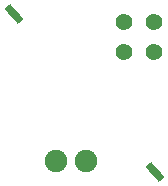
<source format=gbp>
%FSTAX44Y44*%
%MOMM*%
%SFA1B1*%

%IPPOS*%
%AMD142*
4,1,4,-0.327660,0.845820,-0.807720,0.414020,0.327660,-0.845820,0.807720,-0.414020,-0.327660,0.845820,0.0*
%
%ADD87C,1.899996*%
G04~CAMADD=142~9~0.0~0.0~255.9~669.3~0.0~0.0~0~0.0~0.0~0.0~0.0~0~0.0~0.0~0.0~0.0~0~0.0~0.0~0.0~42.0~636.0~665.0*
%ADD142D142*%
%ADD143C,1.423997*%
%LNpcb1-1*%
%LPD*%
G54D87*
X0173355Y0192592D03*
X0170815D03*
G54D142*
X01672369Y02049835D03*
X01792143Y01916812D03*
G54D143*
X01766029Y0204343D03*
Y0201803D03*
X01791429Y0204343D03*
Y0201803D03*
M02*
</source>
